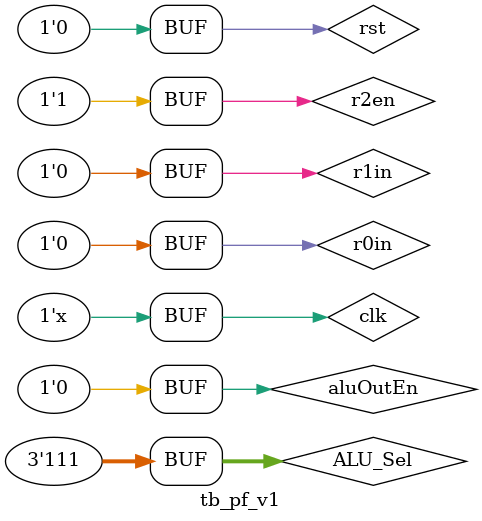
<source format=v>
`timescale 10ns/1ns
module tb_pf_v1;

reg clk, rst,r0in, r1in,r2en,aluOutEn;
reg [2:0] ALU_Sel;
wire [15:0] bus, r0toalu, r1toalu,r2tobuff_alu,resulttoreg;

toplevel_ALU circ(clk,rst,r0en,r1en,r0toalu,r1toalu,ALU_Sel,resulttoreg,r2en,r2tobuff_alu,bus,aluOutEn);
 
  
initial begin 
  
             clk=0;
             r0in=0;
             r1in=0;
             r2en=0;
             ALU_Sel=3'b000;
             aluOutEn=0;
             rst=0;
             
             #7 rst = 1;
             #7 rst = 0;
             
             repeat(7)
              begin
          

             #20 
                 r1in = 1;
             #20 
                 r1in = 0;
                 r0in = 0;    
             #20 
                 r1in = 0;
                 r0in = 1;
             #20 
                 r0in = 0;
             #20 r2en=1;       
             #20
                 aluOutEn=1;
             #20  
             aluOutEn=0; 
                ALU_Sel=ALU_Sel+1;
                
                end    
           end
         
    always #5 clk=~clk;



endmodule
</source>
